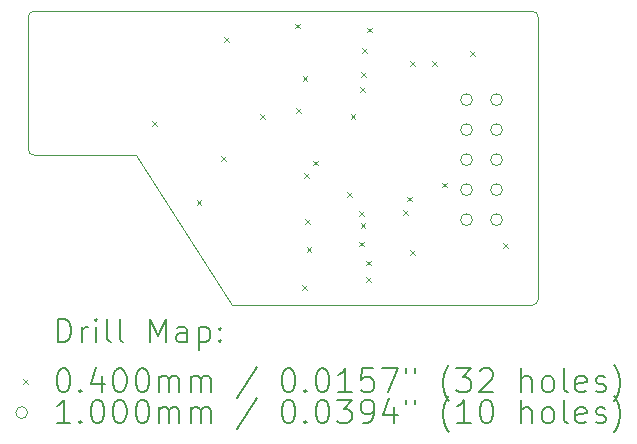
<source format=gbr>
%TF.GenerationSoftware,KiCad,Pcbnew,6.0.8-f2edbf62ab~116~ubuntu22.04.1*%
%TF.CreationDate,2022-11-21T22:24:38-03:00*%
%TF.ProjectId,pip,7069702e-6b69-4636-9164-5f7063625858,rev?*%
%TF.SameCoordinates,Original*%
%TF.FileFunction,Drillmap*%
%TF.FilePolarity,Positive*%
%FSLAX45Y45*%
G04 Gerber Fmt 4.5, Leading zero omitted, Abs format (unit mm)*
G04 Created by KiCad (PCBNEW 6.0.8-f2edbf62ab~116~ubuntu22.04.1) date 2022-11-21 22:24:38*
%MOMM*%
%LPD*%
G01*
G04 APERTURE LIST*
%ADD10C,0.100000*%
%ADD11C,0.200000*%
%ADD12C,0.040000*%
G04 APERTURE END LIST*
D10*
X15951200Y-10388600D02*
G75*
G03*
X16002000Y-10337800I0J50800D01*
G01*
X15951200Y-10388600D02*
X13411200Y-10388600D01*
X11684000Y-9067800D02*
X11684000Y-7950200D01*
X11734800Y-7899400D02*
G75*
G03*
X11684000Y-7950200I0J-50800D01*
G01*
X16002000Y-7950200D02*
G75*
G03*
X15951200Y-7899400I-50800J0D01*
G01*
X16002000Y-7950200D02*
X16002000Y-10337800D01*
X12598400Y-9118600D02*
X11734800Y-9118600D01*
X13411200Y-10388600D02*
X12598400Y-9118600D01*
X11734800Y-7899400D02*
X15951200Y-7899400D01*
X11684000Y-9067800D02*
G75*
G03*
X11734800Y-9118600I50800J0D01*
G01*
D11*
D12*
X12733130Y-8830460D02*
X12773130Y-8870460D01*
X12773130Y-8830460D02*
X12733130Y-8870460D01*
X13110250Y-9496560D02*
X13150250Y-9536560D01*
X13150250Y-9496560D02*
X13110250Y-9536560D01*
X13316180Y-9123970D02*
X13356180Y-9163970D01*
X13356180Y-9123970D02*
X13316180Y-9163970D01*
X13343150Y-8119900D02*
X13383150Y-8159900D01*
X13383150Y-8119900D02*
X13343150Y-8159900D01*
X13645200Y-8768400D02*
X13685200Y-8808400D01*
X13685200Y-8768400D02*
X13645200Y-8808400D01*
X13944190Y-8003960D02*
X13984190Y-8043960D01*
X13984190Y-8003960D02*
X13944190Y-8043960D01*
X13950000Y-8717600D02*
X13990000Y-8757600D01*
X13990000Y-8717600D02*
X13950000Y-8757600D01*
X14000800Y-10216200D02*
X14040800Y-10256200D01*
X14040800Y-10216200D02*
X14000800Y-10256200D01*
X14007370Y-8449120D02*
X14047370Y-8489120D01*
X14047370Y-8449120D02*
X14007370Y-8489120D01*
X14017620Y-9269580D02*
X14057620Y-9309580D01*
X14057620Y-9269580D02*
X14017620Y-9309580D01*
X14026200Y-9657400D02*
X14066200Y-9697400D01*
X14066200Y-9657400D02*
X14026200Y-9697400D01*
X14040710Y-9898700D02*
X14080710Y-9938700D01*
X14080710Y-9898700D02*
X14040710Y-9938700D01*
X14094720Y-9164410D02*
X14134720Y-9204410D01*
X14134720Y-9164410D02*
X14094720Y-9204410D01*
X14381800Y-9428800D02*
X14421800Y-9468800D01*
X14421800Y-9428800D02*
X14381800Y-9468800D01*
X14414570Y-8768710D02*
X14454570Y-8808710D01*
X14454570Y-8768710D02*
X14414570Y-8808710D01*
X14484230Y-9849920D02*
X14524230Y-9889920D01*
X14524230Y-9849920D02*
X14484230Y-9889920D01*
X14486480Y-9591200D02*
X14526480Y-9631200D01*
X14526480Y-9591200D02*
X14486480Y-9631200D01*
X14494780Y-8539800D02*
X14534780Y-8579800D01*
X14534780Y-8539800D02*
X14494780Y-8579800D01*
X14497860Y-9693120D02*
X14537860Y-9733120D01*
X14537860Y-9693120D02*
X14497860Y-9733120D01*
X14504960Y-8412870D02*
X14544960Y-8452870D01*
X14544960Y-8412870D02*
X14504960Y-8452870D01*
X14514370Y-8212200D02*
X14554370Y-8252200D01*
X14554370Y-8212200D02*
X14514370Y-8252200D01*
X14543950Y-10152700D02*
X14583950Y-10192700D01*
X14583950Y-10152700D02*
X14543950Y-10192700D01*
X14545700Y-10010720D02*
X14585700Y-10050720D01*
X14585700Y-10010720D02*
X14545700Y-10050720D01*
X14556390Y-8038750D02*
X14596390Y-8078750D01*
X14596390Y-8038750D02*
X14556390Y-8078750D01*
X14855950Y-9584120D02*
X14895950Y-9624120D01*
X14895950Y-9584120D02*
X14855950Y-9624120D01*
X14890700Y-9469400D02*
X14930700Y-9509400D01*
X14930700Y-9469400D02*
X14890700Y-9509400D01*
X14915310Y-8319710D02*
X14955310Y-8359710D01*
X14955310Y-8319710D02*
X14915310Y-8359710D01*
X14915430Y-9921920D02*
X14955430Y-9961920D01*
X14955430Y-9921920D02*
X14915430Y-9961920D01*
X15102080Y-8324560D02*
X15142080Y-8364560D01*
X15142080Y-8324560D02*
X15102080Y-8364560D01*
X15189700Y-9352040D02*
X15229700Y-9392040D01*
X15229700Y-9352040D02*
X15189700Y-9392040D01*
X15423200Y-8235000D02*
X15463200Y-8275000D01*
X15463200Y-8235000D02*
X15423200Y-8275000D01*
X15702600Y-9860600D02*
X15742600Y-9900600D01*
X15742600Y-9860600D02*
X15702600Y-9900600D01*
D10*
X15445600Y-8648700D02*
G75*
G03*
X15445600Y-8648700I-50000J0D01*
G01*
X15445600Y-8902700D02*
G75*
G03*
X15445600Y-8902700I-50000J0D01*
G01*
X15445600Y-9156700D02*
G75*
G03*
X15445600Y-9156700I-50000J0D01*
G01*
X15445600Y-9410700D02*
G75*
G03*
X15445600Y-9410700I-50000J0D01*
G01*
X15445600Y-9664700D02*
G75*
G03*
X15445600Y-9664700I-50000J0D01*
G01*
X15699600Y-8648700D02*
G75*
G03*
X15699600Y-8648700I-50000J0D01*
G01*
X15699600Y-8902700D02*
G75*
G03*
X15699600Y-8902700I-50000J0D01*
G01*
X15699600Y-9156700D02*
G75*
G03*
X15699600Y-9156700I-50000J0D01*
G01*
X15699600Y-9410700D02*
G75*
G03*
X15699600Y-9410700I-50000J0D01*
G01*
X15699600Y-9664700D02*
G75*
G03*
X15699600Y-9664700I-50000J0D01*
G01*
D11*
X11936619Y-10704076D02*
X11936619Y-10504076D01*
X11984238Y-10504076D01*
X12012809Y-10513600D01*
X12031857Y-10532648D01*
X12041381Y-10551695D01*
X12050905Y-10589790D01*
X12050905Y-10618362D01*
X12041381Y-10656457D01*
X12031857Y-10675505D01*
X12012809Y-10694552D01*
X11984238Y-10704076D01*
X11936619Y-10704076D01*
X12136619Y-10704076D02*
X12136619Y-10570743D01*
X12136619Y-10608838D02*
X12146143Y-10589790D01*
X12155667Y-10580267D01*
X12174714Y-10570743D01*
X12193762Y-10570743D01*
X12260428Y-10704076D02*
X12260428Y-10570743D01*
X12260428Y-10504076D02*
X12250905Y-10513600D01*
X12260428Y-10523124D01*
X12269952Y-10513600D01*
X12260428Y-10504076D01*
X12260428Y-10523124D01*
X12384238Y-10704076D02*
X12365190Y-10694552D01*
X12355667Y-10675505D01*
X12355667Y-10504076D01*
X12489000Y-10704076D02*
X12469952Y-10694552D01*
X12460428Y-10675505D01*
X12460428Y-10504076D01*
X12717571Y-10704076D02*
X12717571Y-10504076D01*
X12784238Y-10646933D01*
X12850905Y-10504076D01*
X12850905Y-10704076D01*
X13031857Y-10704076D02*
X13031857Y-10599314D01*
X13022333Y-10580267D01*
X13003286Y-10570743D01*
X12965190Y-10570743D01*
X12946143Y-10580267D01*
X13031857Y-10694552D02*
X13012809Y-10704076D01*
X12965190Y-10704076D01*
X12946143Y-10694552D01*
X12936619Y-10675505D01*
X12936619Y-10656457D01*
X12946143Y-10637410D01*
X12965190Y-10627886D01*
X13012809Y-10627886D01*
X13031857Y-10618362D01*
X13127095Y-10570743D02*
X13127095Y-10770743D01*
X13127095Y-10580267D02*
X13146143Y-10570743D01*
X13184238Y-10570743D01*
X13203286Y-10580267D01*
X13212809Y-10589790D01*
X13222333Y-10608838D01*
X13222333Y-10665981D01*
X13212809Y-10685029D01*
X13203286Y-10694552D01*
X13184238Y-10704076D01*
X13146143Y-10704076D01*
X13127095Y-10694552D01*
X13308048Y-10685029D02*
X13317571Y-10694552D01*
X13308048Y-10704076D01*
X13298524Y-10694552D01*
X13308048Y-10685029D01*
X13308048Y-10704076D01*
X13308048Y-10580267D02*
X13317571Y-10589790D01*
X13308048Y-10599314D01*
X13298524Y-10589790D01*
X13308048Y-10580267D01*
X13308048Y-10599314D01*
D12*
X11639000Y-11013600D02*
X11679000Y-11053600D01*
X11679000Y-11013600D02*
X11639000Y-11053600D01*
D11*
X11974714Y-10924076D02*
X11993762Y-10924076D01*
X12012809Y-10933600D01*
X12022333Y-10943124D01*
X12031857Y-10962171D01*
X12041381Y-11000267D01*
X12041381Y-11047886D01*
X12031857Y-11085981D01*
X12022333Y-11105029D01*
X12012809Y-11114552D01*
X11993762Y-11124076D01*
X11974714Y-11124076D01*
X11955667Y-11114552D01*
X11946143Y-11105029D01*
X11936619Y-11085981D01*
X11927095Y-11047886D01*
X11927095Y-11000267D01*
X11936619Y-10962171D01*
X11946143Y-10943124D01*
X11955667Y-10933600D01*
X11974714Y-10924076D01*
X12127095Y-11105029D02*
X12136619Y-11114552D01*
X12127095Y-11124076D01*
X12117571Y-11114552D01*
X12127095Y-11105029D01*
X12127095Y-11124076D01*
X12308048Y-10990743D02*
X12308048Y-11124076D01*
X12260428Y-10914552D02*
X12212809Y-11057410D01*
X12336619Y-11057410D01*
X12450905Y-10924076D02*
X12469952Y-10924076D01*
X12489000Y-10933600D01*
X12498524Y-10943124D01*
X12508048Y-10962171D01*
X12517571Y-11000267D01*
X12517571Y-11047886D01*
X12508048Y-11085981D01*
X12498524Y-11105029D01*
X12489000Y-11114552D01*
X12469952Y-11124076D01*
X12450905Y-11124076D01*
X12431857Y-11114552D01*
X12422333Y-11105029D01*
X12412809Y-11085981D01*
X12403286Y-11047886D01*
X12403286Y-11000267D01*
X12412809Y-10962171D01*
X12422333Y-10943124D01*
X12431857Y-10933600D01*
X12450905Y-10924076D01*
X12641381Y-10924076D02*
X12660428Y-10924076D01*
X12679476Y-10933600D01*
X12689000Y-10943124D01*
X12698524Y-10962171D01*
X12708048Y-11000267D01*
X12708048Y-11047886D01*
X12698524Y-11085981D01*
X12689000Y-11105029D01*
X12679476Y-11114552D01*
X12660428Y-11124076D01*
X12641381Y-11124076D01*
X12622333Y-11114552D01*
X12612809Y-11105029D01*
X12603286Y-11085981D01*
X12593762Y-11047886D01*
X12593762Y-11000267D01*
X12603286Y-10962171D01*
X12612809Y-10943124D01*
X12622333Y-10933600D01*
X12641381Y-10924076D01*
X12793762Y-11124076D02*
X12793762Y-10990743D01*
X12793762Y-11009790D02*
X12803286Y-11000267D01*
X12822333Y-10990743D01*
X12850905Y-10990743D01*
X12869952Y-11000267D01*
X12879476Y-11019314D01*
X12879476Y-11124076D01*
X12879476Y-11019314D02*
X12889000Y-11000267D01*
X12908048Y-10990743D01*
X12936619Y-10990743D01*
X12955667Y-11000267D01*
X12965190Y-11019314D01*
X12965190Y-11124076D01*
X13060428Y-11124076D02*
X13060428Y-10990743D01*
X13060428Y-11009790D02*
X13069952Y-11000267D01*
X13089000Y-10990743D01*
X13117571Y-10990743D01*
X13136619Y-11000267D01*
X13146143Y-11019314D01*
X13146143Y-11124076D01*
X13146143Y-11019314D02*
X13155667Y-11000267D01*
X13174714Y-10990743D01*
X13203286Y-10990743D01*
X13222333Y-11000267D01*
X13231857Y-11019314D01*
X13231857Y-11124076D01*
X13622333Y-10914552D02*
X13450905Y-11171695D01*
X13879476Y-10924076D02*
X13898524Y-10924076D01*
X13917571Y-10933600D01*
X13927095Y-10943124D01*
X13936619Y-10962171D01*
X13946143Y-11000267D01*
X13946143Y-11047886D01*
X13936619Y-11085981D01*
X13927095Y-11105029D01*
X13917571Y-11114552D01*
X13898524Y-11124076D01*
X13879476Y-11124076D01*
X13860428Y-11114552D01*
X13850905Y-11105029D01*
X13841381Y-11085981D01*
X13831857Y-11047886D01*
X13831857Y-11000267D01*
X13841381Y-10962171D01*
X13850905Y-10943124D01*
X13860428Y-10933600D01*
X13879476Y-10924076D01*
X14031857Y-11105029D02*
X14041381Y-11114552D01*
X14031857Y-11124076D01*
X14022333Y-11114552D01*
X14031857Y-11105029D01*
X14031857Y-11124076D01*
X14165190Y-10924076D02*
X14184238Y-10924076D01*
X14203286Y-10933600D01*
X14212809Y-10943124D01*
X14222333Y-10962171D01*
X14231857Y-11000267D01*
X14231857Y-11047886D01*
X14222333Y-11085981D01*
X14212809Y-11105029D01*
X14203286Y-11114552D01*
X14184238Y-11124076D01*
X14165190Y-11124076D01*
X14146143Y-11114552D01*
X14136619Y-11105029D01*
X14127095Y-11085981D01*
X14117571Y-11047886D01*
X14117571Y-11000267D01*
X14127095Y-10962171D01*
X14136619Y-10943124D01*
X14146143Y-10933600D01*
X14165190Y-10924076D01*
X14422333Y-11124076D02*
X14308048Y-11124076D01*
X14365190Y-11124076D02*
X14365190Y-10924076D01*
X14346143Y-10952648D01*
X14327095Y-10971695D01*
X14308048Y-10981219D01*
X14603286Y-10924076D02*
X14508048Y-10924076D01*
X14498524Y-11019314D01*
X14508048Y-11009790D01*
X14527095Y-11000267D01*
X14574714Y-11000267D01*
X14593762Y-11009790D01*
X14603286Y-11019314D01*
X14612809Y-11038362D01*
X14612809Y-11085981D01*
X14603286Y-11105029D01*
X14593762Y-11114552D01*
X14574714Y-11124076D01*
X14527095Y-11124076D01*
X14508048Y-11114552D01*
X14498524Y-11105029D01*
X14679476Y-10924076D02*
X14812809Y-10924076D01*
X14727095Y-11124076D01*
X14879476Y-10924076D02*
X14879476Y-10962171D01*
X14955667Y-10924076D02*
X14955667Y-10962171D01*
X15250905Y-11200267D02*
X15241381Y-11190743D01*
X15222333Y-11162171D01*
X15212809Y-11143124D01*
X15203286Y-11114552D01*
X15193762Y-11066933D01*
X15193762Y-11028838D01*
X15203286Y-10981219D01*
X15212809Y-10952648D01*
X15222333Y-10933600D01*
X15241381Y-10905029D01*
X15250905Y-10895505D01*
X15308048Y-10924076D02*
X15431857Y-10924076D01*
X15365190Y-11000267D01*
X15393762Y-11000267D01*
X15412809Y-11009790D01*
X15422333Y-11019314D01*
X15431857Y-11038362D01*
X15431857Y-11085981D01*
X15422333Y-11105029D01*
X15412809Y-11114552D01*
X15393762Y-11124076D01*
X15336619Y-11124076D01*
X15317571Y-11114552D01*
X15308048Y-11105029D01*
X15508048Y-10943124D02*
X15517571Y-10933600D01*
X15536619Y-10924076D01*
X15584238Y-10924076D01*
X15603286Y-10933600D01*
X15612809Y-10943124D01*
X15622333Y-10962171D01*
X15622333Y-10981219D01*
X15612809Y-11009790D01*
X15498524Y-11124076D01*
X15622333Y-11124076D01*
X15860428Y-11124076D02*
X15860428Y-10924076D01*
X15946143Y-11124076D02*
X15946143Y-11019314D01*
X15936619Y-11000267D01*
X15917571Y-10990743D01*
X15889000Y-10990743D01*
X15869952Y-11000267D01*
X15860428Y-11009790D01*
X16069952Y-11124076D02*
X16050905Y-11114552D01*
X16041381Y-11105029D01*
X16031857Y-11085981D01*
X16031857Y-11028838D01*
X16041381Y-11009790D01*
X16050905Y-11000267D01*
X16069952Y-10990743D01*
X16098524Y-10990743D01*
X16117571Y-11000267D01*
X16127095Y-11009790D01*
X16136619Y-11028838D01*
X16136619Y-11085981D01*
X16127095Y-11105029D01*
X16117571Y-11114552D01*
X16098524Y-11124076D01*
X16069952Y-11124076D01*
X16250905Y-11124076D02*
X16231857Y-11114552D01*
X16222333Y-11095505D01*
X16222333Y-10924076D01*
X16403286Y-11114552D02*
X16384238Y-11124076D01*
X16346143Y-11124076D01*
X16327095Y-11114552D01*
X16317571Y-11095505D01*
X16317571Y-11019314D01*
X16327095Y-11000267D01*
X16346143Y-10990743D01*
X16384238Y-10990743D01*
X16403286Y-11000267D01*
X16412809Y-11019314D01*
X16412809Y-11038362D01*
X16317571Y-11057410D01*
X16489000Y-11114552D02*
X16508048Y-11124076D01*
X16546143Y-11124076D01*
X16565190Y-11114552D01*
X16574714Y-11095505D01*
X16574714Y-11085981D01*
X16565190Y-11066933D01*
X16546143Y-11057410D01*
X16517571Y-11057410D01*
X16498524Y-11047886D01*
X16489000Y-11028838D01*
X16489000Y-11019314D01*
X16498524Y-11000267D01*
X16517571Y-10990743D01*
X16546143Y-10990743D01*
X16565190Y-11000267D01*
X16641381Y-11200267D02*
X16650905Y-11190743D01*
X16669952Y-11162171D01*
X16679476Y-11143124D01*
X16689000Y-11114552D01*
X16698524Y-11066933D01*
X16698524Y-11028838D01*
X16689000Y-10981219D01*
X16679476Y-10952648D01*
X16669952Y-10933600D01*
X16650905Y-10905029D01*
X16641381Y-10895505D01*
D10*
X11679000Y-11297600D02*
G75*
G03*
X11679000Y-11297600I-50000J0D01*
G01*
D11*
X12041381Y-11388076D02*
X11927095Y-11388076D01*
X11984238Y-11388076D02*
X11984238Y-11188076D01*
X11965190Y-11216648D01*
X11946143Y-11235695D01*
X11927095Y-11245219D01*
X12127095Y-11369028D02*
X12136619Y-11378552D01*
X12127095Y-11388076D01*
X12117571Y-11378552D01*
X12127095Y-11369028D01*
X12127095Y-11388076D01*
X12260428Y-11188076D02*
X12279476Y-11188076D01*
X12298524Y-11197600D01*
X12308048Y-11207124D01*
X12317571Y-11226171D01*
X12327095Y-11264267D01*
X12327095Y-11311886D01*
X12317571Y-11349981D01*
X12308048Y-11369028D01*
X12298524Y-11378552D01*
X12279476Y-11388076D01*
X12260428Y-11388076D01*
X12241381Y-11378552D01*
X12231857Y-11369028D01*
X12222333Y-11349981D01*
X12212809Y-11311886D01*
X12212809Y-11264267D01*
X12222333Y-11226171D01*
X12231857Y-11207124D01*
X12241381Y-11197600D01*
X12260428Y-11188076D01*
X12450905Y-11188076D02*
X12469952Y-11188076D01*
X12489000Y-11197600D01*
X12498524Y-11207124D01*
X12508048Y-11226171D01*
X12517571Y-11264267D01*
X12517571Y-11311886D01*
X12508048Y-11349981D01*
X12498524Y-11369028D01*
X12489000Y-11378552D01*
X12469952Y-11388076D01*
X12450905Y-11388076D01*
X12431857Y-11378552D01*
X12422333Y-11369028D01*
X12412809Y-11349981D01*
X12403286Y-11311886D01*
X12403286Y-11264267D01*
X12412809Y-11226171D01*
X12422333Y-11207124D01*
X12431857Y-11197600D01*
X12450905Y-11188076D01*
X12641381Y-11188076D02*
X12660428Y-11188076D01*
X12679476Y-11197600D01*
X12689000Y-11207124D01*
X12698524Y-11226171D01*
X12708048Y-11264267D01*
X12708048Y-11311886D01*
X12698524Y-11349981D01*
X12689000Y-11369028D01*
X12679476Y-11378552D01*
X12660428Y-11388076D01*
X12641381Y-11388076D01*
X12622333Y-11378552D01*
X12612809Y-11369028D01*
X12603286Y-11349981D01*
X12593762Y-11311886D01*
X12593762Y-11264267D01*
X12603286Y-11226171D01*
X12612809Y-11207124D01*
X12622333Y-11197600D01*
X12641381Y-11188076D01*
X12793762Y-11388076D02*
X12793762Y-11254743D01*
X12793762Y-11273790D02*
X12803286Y-11264267D01*
X12822333Y-11254743D01*
X12850905Y-11254743D01*
X12869952Y-11264267D01*
X12879476Y-11283314D01*
X12879476Y-11388076D01*
X12879476Y-11283314D02*
X12889000Y-11264267D01*
X12908048Y-11254743D01*
X12936619Y-11254743D01*
X12955667Y-11264267D01*
X12965190Y-11283314D01*
X12965190Y-11388076D01*
X13060428Y-11388076D02*
X13060428Y-11254743D01*
X13060428Y-11273790D02*
X13069952Y-11264267D01*
X13089000Y-11254743D01*
X13117571Y-11254743D01*
X13136619Y-11264267D01*
X13146143Y-11283314D01*
X13146143Y-11388076D01*
X13146143Y-11283314D02*
X13155667Y-11264267D01*
X13174714Y-11254743D01*
X13203286Y-11254743D01*
X13222333Y-11264267D01*
X13231857Y-11283314D01*
X13231857Y-11388076D01*
X13622333Y-11178552D02*
X13450905Y-11435695D01*
X13879476Y-11188076D02*
X13898524Y-11188076D01*
X13917571Y-11197600D01*
X13927095Y-11207124D01*
X13936619Y-11226171D01*
X13946143Y-11264267D01*
X13946143Y-11311886D01*
X13936619Y-11349981D01*
X13927095Y-11369028D01*
X13917571Y-11378552D01*
X13898524Y-11388076D01*
X13879476Y-11388076D01*
X13860428Y-11378552D01*
X13850905Y-11369028D01*
X13841381Y-11349981D01*
X13831857Y-11311886D01*
X13831857Y-11264267D01*
X13841381Y-11226171D01*
X13850905Y-11207124D01*
X13860428Y-11197600D01*
X13879476Y-11188076D01*
X14031857Y-11369028D02*
X14041381Y-11378552D01*
X14031857Y-11388076D01*
X14022333Y-11378552D01*
X14031857Y-11369028D01*
X14031857Y-11388076D01*
X14165190Y-11188076D02*
X14184238Y-11188076D01*
X14203286Y-11197600D01*
X14212809Y-11207124D01*
X14222333Y-11226171D01*
X14231857Y-11264267D01*
X14231857Y-11311886D01*
X14222333Y-11349981D01*
X14212809Y-11369028D01*
X14203286Y-11378552D01*
X14184238Y-11388076D01*
X14165190Y-11388076D01*
X14146143Y-11378552D01*
X14136619Y-11369028D01*
X14127095Y-11349981D01*
X14117571Y-11311886D01*
X14117571Y-11264267D01*
X14127095Y-11226171D01*
X14136619Y-11207124D01*
X14146143Y-11197600D01*
X14165190Y-11188076D01*
X14298524Y-11188076D02*
X14422333Y-11188076D01*
X14355667Y-11264267D01*
X14384238Y-11264267D01*
X14403286Y-11273790D01*
X14412809Y-11283314D01*
X14422333Y-11302362D01*
X14422333Y-11349981D01*
X14412809Y-11369028D01*
X14403286Y-11378552D01*
X14384238Y-11388076D01*
X14327095Y-11388076D01*
X14308048Y-11378552D01*
X14298524Y-11369028D01*
X14517571Y-11388076D02*
X14555667Y-11388076D01*
X14574714Y-11378552D01*
X14584238Y-11369028D01*
X14603286Y-11340457D01*
X14612809Y-11302362D01*
X14612809Y-11226171D01*
X14603286Y-11207124D01*
X14593762Y-11197600D01*
X14574714Y-11188076D01*
X14536619Y-11188076D01*
X14517571Y-11197600D01*
X14508048Y-11207124D01*
X14498524Y-11226171D01*
X14498524Y-11273790D01*
X14508048Y-11292838D01*
X14517571Y-11302362D01*
X14536619Y-11311886D01*
X14574714Y-11311886D01*
X14593762Y-11302362D01*
X14603286Y-11292838D01*
X14612809Y-11273790D01*
X14784238Y-11254743D02*
X14784238Y-11388076D01*
X14736619Y-11178552D02*
X14689000Y-11321409D01*
X14812809Y-11321409D01*
X14879476Y-11188076D02*
X14879476Y-11226171D01*
X14955667Y-11188076D02*
X14955667Y-11226171D01*
X15250905Y-11464267D02*
X15241381Y-11454743D01*
X15222333Y-11426171D01*
X15212809Y-11407124D01*
X15203286Y-11378552D01*
X15193762Y-11330933D01*
X15193762Y-11292838D01*
X15203286Y-11245219D01*
X15212809Y-11216648D01*
X15222333Y-11197600D01*
X15241381Y-11169029D01*
X15250905Y-11159505D01*
X15431857Y-11388076D02*
X15317571Y-11388076D01*
X15374714Y-11388076D02*
X15374714Y-11188076D01*
X15355667Y-11216648D01*
X15336619Y-11235695D01*
X15317571Y-11245219D01*
X15555667Y-11188076D02*
X15574714Y-11188076D01*
X15593762Y-11197600D01*
X15603286Y-11207124D01*
X15612809Y-11226171D01*
X15622333Y-11264267D01*
X15622333Y-11311886D01*
X15612809Y-11349981D01*
X15603286Y-11369028D01*
X15593762Y-11378552D01*
X15574714Y-11388076D01*
X15555667Y-11388076D01*
X15536619Y-11378552D01*
X15527095Y-11369028D01*
X15517571Y-11349981D01*
X15508048Y-11311886D01*
X15508048Y-11264267D01*
X15517571Y-11226171D01*
X15527095Y-11207124D01*
X15536619Y-11197600D01*
X15555667Y-11188076D01*
X15860428Y-11388076D02*
X15860428Y-11188076D01*
X15946143Y-11388076D02*
X15946143Y-11283314D01*
X15936619Y-11264267D01*
X15917571Y-11254743D01*
X15889000Y-11254743D01*
X15869952Y-11264267D01*
X15860428Y-11273790D01*
X16069952Y-11388076D02*
X16050905Y-11378552D01*
X16041381Y-11369028D01*
X16031857Y-11349981D01*
X16031857Y-11292838D01*
X16041381Y-11273790D01*
X16050905Y-11264267D01*
X16069952Y-11254743D01*
X16098524Y-11254743D01*
X16117571Y-11264267D01*
X16127095Y-11273790D01*
X16136619Y-11292838D01*
X16136619Y-11349981D01*
X16127095Y-11369028D01*
X16117571Y-11378552D01*
X16098524Y-11388076D01*
X16069952Y-11388076D01*
X16250905Y-11388076D02*
X16231857Y-11378552D01*
X16222333Y-11359505D01*
X16222333Y-11188076D01*
X16403286Y-11378552D02*
X16384238Y-11388076D01*
X16346143Y-11388076D01*
X16327095Y-11378552D01*
X16317571Y-11359505D01*
X16317571Y-11283314D01*
X16327095Y-11264267D01*
X16346143Y-11254743D01*
X16384238Y-11254743D01*
X16403286Y-11264267D01*
X16412809Y-11283314D01*
X16412809Y-11302362D01*
X16317571Y-11321409D01*
X16489000Y-11378552D02*
X16508048Y-11388076D01*
X16546143Y-11388076D01*
X16565190Y-11378552D01*
X16574714Y-11359505D01*
X16574714Y-11349981D01*
X16565190Y-11330933D01*
X16546143Y-11321409D01*
X16517571Y-11321409D01*
X16498524Y-11311886D01*
X16489000Y-11292838D01*
X16489000Y-11283314D01*
X16498524Y-11264267D01*
X16517571Y-11254743D01*
X16546143Y-11254743D01*
X16565190Y-11264267D01*
X16641381Y-11464267D02*
X16650905Y-11454743D01*
X16669952Y-11426171D01*
X16679476Y-11407124D01*
X16689000Y-11378552D01*
X16698524Y-11330933D01*
X16698524Y-11292838D01*
X16689000Y-11245219D01*
X16679476Y-11216648D01*
X16669952Y-11197600D01*
X16650905Y-11169029D01*
X16641381Y-11159505D01*
M02*

</source>
